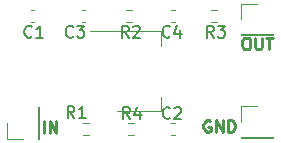
<source format=gbr>
%TF.GenerationSoftware,KiCad,Pcbnew,(5.1.8)-1*%
%TF.CreationDate,2021-01-22T21:13:55+01:00*%
%TF.ProjectId,const-curr_LT3092,636f6e73-742d-4637-9572-725f4c543330,rev?*%
%TF.SameCoordinates,Original*%
%TF.FileFunction,Legend,Top*%
%TF.FilePolarity,Positive*%
%FSLAX46Y46*%
G04 Gerber Fmt 4.6, Leading zero omitted, Abs format (unit mm)*
G04 Created by KiCad (PCBNEW (5.1.8)-1) date 2021-01-22 21:13:55*
%MOMM*%
%LPD*%
G01*
G04 APERTURE LIST*
%ADD10C,0.250000*%
%ADD11C,0.120000*%
%ADD12C,0.150000*%
G04 APERTURE END LIST*
D10*
X101400000Y-60152380D02*
X101590476Y-60152380D01*
X101685714Y-60200000D01*
X101780952Y-60295238D01*
X101828571Y-60485714D01*
X101828571Y-60819047D01*
X101780952Y-61009523D01*
X101685714Y-61104761D01*
X101590476Y-61152380D01*
X101400000Y-61152380D01*
X101304761Y-61104761D01*
X101209523Y-61009523D01*
X101161904Y-60819047D01*
X101161904Y-60485714D01*
X101209523Y-60295238D01*
X101304761Y-60200000D01*
X101400000Y-60152380D01*
X102257142Y-60152380D02*
X102257142Y-60961904D01*
X102304761Y-61057142D01*
X102352380Y-61104761D01*
X102447619Y-61152380D01*
X102638095Y-61152380D01*
X102733333Y-61104761D01*
X102780952Y-61057142D01*
X102828571Y-60961904D01*
X102828571Y-60152380D01*
X103161904Y-60152380D02*
X103733333Y-60152380D01*
X103447619Y-61152380D02*
X103447619Y-60152380D01*
X84376190Y-68252380D02*
X84376190Y-67252380D01*
X84852380Y-68252380D02*
X84852380Y-67252380D01*
X85423809Y-68252380D01*
X85423809Y-67252380D01*
X98438095Y-67200000D02*
X98342857Y-67152380D01*
X98200000Y-67152380D01*
X98057142Y-67200000D01*
X97961904Y-67295238D01*
X97914285Y-67390476D01*
X97866666Y-67580952D01*
X97866666Y-67723809D01*
X97914285Y-67914285D01*
X97961904Y-68009523D01*
X98057142Y-68104761D01*
X98200000Y-68152380D01*
X98295238Y-68152380D01*
X98438095Y-68104761D01*
X98485714Y-68057142D01*
X98485714Y-67723809D01*
X98295238Y-67723809D01*
X98914285Y-68152380D02*
X98914285Y-67152380D01*
X99485714Y-68152380D01*
X99485714Y-67152380D01*
X99961904Y-68152380D02*
X99961904Y-67152380D01*
X100200000Y-67152380D01*
X100342857Y-67200000D01*
X100438095Y-67295238D01*
X100485714Y-67390476D01*
X100533333Y-67580952D01*
X100533333Y-67723809D01*
X100485714Y-67914285D01*
X100438095Y-68009523D01*
X100342857Y-68104761D01*
X100200000Y-68152380D01*
X99961904Y-68152380D01*
D11*
%TO.C,C1*%
X83253733Y-58810000D02*
X83546267Y-58810000D01*
X83253733Y-57790000D02*
X83546267Y-57790000D01*
%TO.C,J2*%
X101070000Y-65970000D02*
X102400000Y-65970000D01*
X101070000Y-67300000D02*
X101070000Y-65970000D01*
X101070000Y-68570000D02*
X103730000Y-68570000D01*
X103730000Y-68570000D02*
X103730000Y-68630000D01*
X101070000Y-68570000D02*
X101070000Y-68630000D01*
X101070000Y-68630000D02*
X103730000Y-68630000D01*
%TO.C,C2*%
X95153733Y-67390000D02*
X95446267Y-67390000D01*
X95153733Y-68410000D02*
X95446267Y-68410000D01*
%TO.C,C3*%
X87553733Y-57790000D02*
X87846267Y-57790000D01*
X87553733Y-58810000D02*
X87846267Y-58810000D01*
%TO.C,C4*%
X95153733Y-58810000D02*
X95446267Y-58810000D01*
X95153733Y-57790000D02*
X95446267Y-57790000D01*
%TO.C,J1*%
X83930000Y-68730000D02*
X83930000Y-66070000D01*
X83870000Y-68730000D02*
X83930000Y-68730000D01*
X83870000Y-66070000D02*
X83930000Y-66070000D01*
X83870000Y-68730000D02*
X83870000Y-66070000D01*
X82600000Y-68730000D02*
X81270000Y-68730000D01*
X81270000Y-68730000D02*
X81270000Y-67400000D01*
%TO.C,J3*%
X101070000Y-57270000D02*
X102400000Y-57270000D01*
X101070000Y-58600000D02*
X101070000Y-57270000D01*
X101070000Y-59870000D02*
X103730000Y-59870000D01*
X103730000Y-59870000D02*
X103730000Y-59930000D01*
X101070000Y-59870000D02*
X101070000Y-59930000D01*
X101070000Y-59930000D02*
X103730000Y-59930000D01*
%TO.C,R1*%
X87645276Y-68422500D02*
X88154724Y-68422500D01*
X87645276Y-67377500D02*
X88154724Y-67377500D01*
%TO.C,R2*%
X91842224Y-58822500D02*
X91332776Y-58822500D01*
X91842224Y-57777500D02*
X91332776Y-57777500D01*
%TO.C,R3*%
X99054724Y-57777500D02*
X98545276Y-57777500D01*
X99054724Y-58822500D02*
X98545276Y-58822500D01*
%TO.C,R4*%
X91445276Y-67377500D02*
X91954724Y-67377500D01*
X91445276Y-68422500D02*
X91954724Y-68422500D01*
%TO.C,U1*%
X94310000Y-66410000D02*
X94310000Y-65150000D01*
X94310000Y-59590000D02*
X94310000Y-60850000D01*
X90550000Y-66410000D02*
X94310000Y-66410000D01*
X88300000Y-59590000D02*
X94310000Y-59590000D01*
%TO.C,C1*%
D12*
X83333333Y-60057142D02*
X83285714Y-60104761D01*
X83142857Y-60152380D01*
X83047619Y-60152380D01*
X82904761Y-60104761D01*
X82809523Y-60009523D01*
X82761904Y-59914285D01*
X82714285Y-59723809D01*
X82714285Y-59580952D01*
X82761904Y-59390476D01*
X82809523Y-59295238D01*
X82904761Y-59200000D01*
X83047619Y-59152380D01*
X83142857Y-59152380D01*
X83285714Y-59200000D01*
X83333333Y-59247619D01*
X84285714Y-60152380D02*
X83714285Y-60152380D01*
X84000000Y-60152380D02*
X84000000Y-59152380D01*
X83904761Y-59295238D01*
X83809523Y-59390476D01*
X83714285Y-59438095D01*
%TO.C,C2*%
X95033333Y-66957142D02*
X94985714Y-67004761D01*
X94842857Y-67052380D01*
X94747619Y-67052380D01*
X94604761Y-67004761D01*
X94509523Y-66909523D01*
X94461904Y-66814285D01*
X94414285Y-66623809D01*
X94414285Y-66480952D01*
X94461904Y-66290476D01*
X94509523Y-66195238D01*
X94604761Y-66100000D01*
X94747619Y-66052380D01*
X94842857Y-66052380D01*
X94985714Y-66100000D01*
X95033333Y-66147619D01*
X95414285Y-66147619D02*
X95461904Y-66100000D01*
X95557142Y-66052380D01*
X95795238Y-66052380D01*
X95890476Y-66100000D01*
X95938095Y-66147619D01*
X95985714Y-66242857D01*
X95985714Y-66338095D01*
X95938095Y-66480952D01*
X95366666Y-67052380D01*
X95985714Y-67052380D01*
%TO.C,C3*%
X86833333Y-60057142D02*
X86785714Y-60104761D01*
X86642857Y-60152380D01*
X86547619Y-60152380D01*
X86404761Y-60104761D01*
X86309523Y-60009523D01*
X86261904Y-59914285D01*
X86214285Y-59723809D01*
X86214285Y-59580952D01*
X86261904Y-59390476D01*
X86309523Y-59295238D01*
X86404761Y-59200000D01*
X86547619Y-59152380D01*
X86642857Y-59152380D01*
X86785714Y-59200000D01*
X86833333Y-59247619D01*
X87166666Y-59152380D02*
X87785714Y-59152380D01*
X87452380Y-59533333D01*
X87595238Y-59533333D01*
X87690476Y-59580952D01*
X87738095Y-59628571D01*
X87785714Y-59723809D01*
X87785714Y-59961904D01*
X87738095Y-60057142D01*
X87690476Y-60104761D01*
X87595238Y-60152380D01*
X87309523Y-60152380D01*
X87214285Y-60104761D01*
X87166666Y-60057142D01*
%TO.C,C4*%
X95033333Y-60057142D02*
X94985714Y-60104761D01*
X94842857Y-60152380D01*
X94747619Y-60152380D01*
X94604761Y-60104761D01*
X94509523Y-60009523D01*
X94461904Y-59914285D01*
X94414285Y-59723809D01*
X94414285Y-59580952D01*
X94461904Y-59390476D01*
X94509523Y-59295238D01*
X94604761Y-59200000D01*
X94747619Y-59152380D01*
X94842857Y-59152380D01*
X94985714Y-59200000D01*
X95033333Y-59247619D01*
X95890476Y-59485714D02*
X95890476Y-60152380D01*
X95652380Y-59104761D02*
X95414285Y-59819047D01*
X96033333Y-59819047D01*
%TO.C,R1*%
X86933333Y-66952380D02*
X86600000Y-66476190D01*
X86361904Y-66952380D02*
X86361904Y-65952380D01*
X86742857Y-65952380D01*
X86838095Y-66000000D01*
X86885714Y-66047619D01*
X86933333Y-66142857D01*
X86933333Y-66285714D01*
X86885714Y-66380952D01*
X86838095Y-66428571D01*
X86742857Y-66476190D01*
X86361904Y-66476190D01*
X87885714Y-66952380D02*
X87314285Y-66952380D01*
X87600000Y-66952380D02*
X87600000Y-65952380D01*
X87504761Y-66095238D01*
X87409523Y-66190476D01*
X87314285Y-66238095D01*
%TO.C,R2*%
X91533333Y-60152380D02*
X91200000Y-59676190D01*
X90961904Y-60152380D02*
X90961904Y-59152380D01*
X91342857Y-59152380D01*
X91438095Y-59200000D01*
X91485714Y-59247619D01*
X91533333Y-59342857D01*
X91533333Y-59485714D01*
X91485714Y-59580952D01*
X91438095Y-59628571D01*
X91342857Y-59676190D01*
X90961904Y-59676190D01*
X91914285Y-59247619D02*
X91961904Y-59200000D01*
X92057142Y-59152380D01*
X92295238Y-59152380D01*
X92390476Y-59200000D01*
X92438095Y-59247619D01*
X92485714Y-59342857D01*
X92485714Y-59438095D01*
X92438095Y-59580952D01*
X91866666Y-60152380D01*
X92485714Y-60152380D01*
%TO.C,R3*%
X98733333Y-60152380D02*
X98400000Y-59676190D01*
X98161904Y-60152380D02*
X98161904Y-59152380D01*
X98542857Y-59152380D01*
X98638095Y-59200000D01*
X98685714Y-59247619D01*
X98733333Y-59342857D01*
X98733333Y-59485714D01*
X98685714Y-59580952D01*
X98638095Y-59628571D01*
X98542857Y-59676190D01*
X98161904Y-59676190D01*
X99066666Y-59152380D02*
X99685714Y-59152380D01*
X99352380Y-59533333D01*
X99495238Y-59533333D01*
X99590476Y-59580952D01*
X99638095Y-59628571D01*
X99685714Y-59723809D01*
X99685714Y-59961904D01*
X99638095Y-60057142D01*
X99590476Y-60104761D01*
X99495238Y-60152380D01*
X99209523Y-60152380D01*
X99114285Y-60104761D01*
X99066666Y-60057142D01*
%TO.C,R4*%
X91633333Y-67052380D02*
X91300000Y-66576190D01*
X91061904Y-67052380D02*
X91061904Y-66052380D01*
X91442857Y-66052380D01*
X91538095Y-66100000D01*
X91585714Y-66147619D01*
X91633333Y-66242857D01*
X91633333Y-66385714D01*
X91585714Y-66480952D01*
X91538095Y-66528571D01*
X91442857Y-66576190D01*
X91061904Y-66576190D01*
X92490476Y-66385714D02*
X92490476Y-67052380D01*
X92252380Y-66004761D02*
X92014285Y-66719047D01*
X92633333Y-66719047D01*
%TD*%
M02*

</source>
